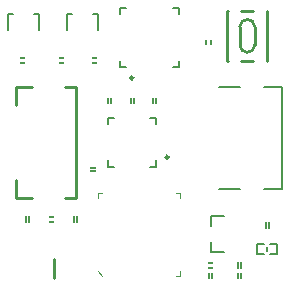
<source format=gto>
G04*
G04 #@! TF.GenerationSoftware,Altium Limited,Altium Designer,20.0.13 (296)*
G04*
G04 Layer_Color=65535*
%FSLAX25Y25*%
%MOIN*%
G70*
G01*
G75*
%ADD10C,0.01000*%
%ADD11C,0.00984*%
%ADD12C,0.00600*%
%ADD13C,0.00800*%
%ADD14C,0.00394*%
%ADD15C,0.00100*%
%ADD16C,0.00787*%
G36*
X34350Y26900D02*
X34700D01*
Y25100D01*
X34350D01*
Y26900D01*
D02*
G37*
G36*
X35650Y25100D02*
X35300D01*
Y26900D01*
X35650D01*
Y25100D01*
D02*
G37*
G36*
X43650Y25050D02*
X42350D01*
Y25400D01*
X43650D01*
Y25050D01*
D02*
G37*
G36*
X42350Y26950D02*
X43650D01*
X43650Y26600D01*
X42350D01*
X42350Y26950D01*
D02*
G37*
G36*
X51650Y25100D02*
X51300D01*
Y26900D01*
X51650D01*
Y25100D01*
D02*
G37*
G36*
X50350Y26900D02*
X50700D01*
Y25100D01*
X50350D01*
Y26900D01*
D02*
G37*
G36*
X56100Y41850D02*
Y42200D01*
X57900D01*
Y41850D01*
X56100D01*
D02*
G37*
G36*
X57900Y43150D02*
Y42800D01*
X56100D01*
Y43150D01*
X57900D01*
D02*
G37*
G36*
X34150Y78050D02*
X32850D01*
X32850Y78400D01*
X34150D01*
X34150Y78050D01*
D02*
G37*
G36*
X32850Y79950D02*
X34150D01*
Y79600D01*
X32850D01*
Y79950D01*
D02*
G37*
G36*
X47150Y78050D02*
X45850D01*
Y78400D01*
X47150D01*
Y78050D01*
D02*
G37*
G36*
X45850Y79950D02*
X47150D01*
X47150Y79600D01*
X45850D01*
X45850Y79950D01*
D02*
G37*
G36*
X63150Y64600D02*
X62800D01*
Y66400D01*
X63150D01*
Y64600D01*
D02*
G37*
G36*
X61850Y66400D02*
X62200D01*
Y64600D01*
X61850D01*
Y66400D01*
D02*
G37*
G36*
X58150Y78050D02*
X56850D01*
Y78400D01*
X58150D01*
Y78050D01*
D02*
G37*
G36*
X56850Y79950D02*
X58150D01*
X58150Y79600D01*
X56850D01*
X56850Y79950D01*
D02*
G37*
G36*
X95350Y8000D02*
X95700D01*
Y6200D01*
X95350D01*
Y8000D01*
D02*
G37*
G36*
X96650Y6200D02*
X96300D01*
Y8000D01*
X96650D01*
Y6200D01*
D02*
G37*
G36*
Y9650D02*
X95350D01*
Y10000D01*
X96650D01*
Y9650D01*
D02*
G37*
G36*
X95350Y11550D02*
X96650D01*
X96650Y11200D01*
X95350D01*
X95350Y11550D01*
D02*
G37*
G36*
X106450Y6200D02*
X106100D01*
Y8000D01*
X106450D01*
Y6200D01*
D02*
G37*
G36*
X105150Y8000D02*
X105500D01*
Y6200D01*
X105150D01*
Y8000D01*
D02*
G37*
G36*
X106450Y9700D02*
X106100D01*
Y11500D01*
X106450D01*
Y9700D01*
D02*
G37*
G36*
X105150Y11500D02*
X105500D01*
Y9700D01*
X105150D01*
Y11500D01*
D02*
G37*
G36*
X96450Y84350D02*
X96100Y84350D01*
Y85650D01*
X96450Y85650D01*
Y84350D01*
D02*
G37*
G36*
X94900D02*
X94550D01*
Y85650D01*
X94900D01*
Y84350D01*
D02*
G37*
G36*
X78150Y64600D02*
X77800D01*
Y66400D01*
X78150D01*
Y64600D01*
D02*
G37*
G36*
X77200D02*
X76850D01*
Y66400D01*
X77200D01*
Y64600D01*
D02*
G37*
G36*
X70650D02*
X70300D01*
Y66400D01*
X70650D01*
Y64600D01*
D02*
G37*
G36*
X69700D02*
X69350D01*
Y66400D01*
X69700D01*
Y64600D01*
D02*
G37*
G36*
X115650Y23100D02*
X115300D01*
Y24900D01*
X115650D01*
Y23100D01*
D02*
G37*
G36*
X114700D02*
X114350D01*
Y24900D01*
X114700D01*
Y23100D01*
D02*
G37*
D10*
X106002Y84004D02*
G03*
X111000Y84000I2499J13D01*
G01*
X111003Y90004D02*
G03*
X106000Y90000I-2501J-2D01*
G01*
X106000Y84000D02*
Y90000D01*
X111000Y84000D02*
Y90000D01*
X101807Y78732D02*
X102078D01*
X106457D02*
X110543D01*
X114922D02*
X115193D01*
X101807Y95267D02*
X102078D01*
X106457D02*
X110543D01*
X114922D02*
X115193D01*
X101807Y78732D02*
Y95267D01*
X115193Y78732D02*
X115193Y95267D01*
X47900Y32827D02*
X51400D01*
Y32890D02*
Y69890D01*
X31400Y32827D02*
Y38827D01*
Y32827D02*
X36900D01*
X31400Y63953D02*
Y69953D01*
X36900D01*
X47900D02*
X51400D01*
X44200Y6400D02*
Y12500D01*
D11*
X70492Y73000D02*
G03*
X70492Y73000I-492J0D01*
G01*
X82303Y46579D02*
G03*
X82303Y46579I-492J0D01*
G01*
D12*
X115000Y15400D02*
Y16600D01*
X111654Y14229D02*
Y17772D01*
X118345D02*
X118346Y17771D01*
Y14229D02*
Y17771D01*
X116000Y14229D02*
X118346D01*
X111654D02*
X114000D01*
X116000Y17771D02*
X118346D01*
X111654D02*
X114000D01*
X66150Y96350D02*
X68185D01*
X85850Y94315D02*
Y96350D01*
X66150Y76650D02*
Y78685D01*
X85850Y76650D02*
Y78685D01*
X83815Y96350D02*
X85850D01*
X66150Y94315D02*
Y96350D01*
Y76650D02*
X68185D01*
X83815D02*
X85850D01*
D13*
X99140Y70000D02*
X106140D01*
X114140Y70028D02*
X120158D01*
X99140Y36000D02*
X106140D01*
X114140Y35972D02*
X120158D01*
Y70028D01*
D14*
X58610Y8534D02*
X60185Y6959D01*
X84595Y34518D02*
X86169D01*
Y6959D02*
Y8534D01*
X84595Y6959D02*
X86169D01*
Y32943D02*
Y34518D01*
X58610Y32943D02*
Y34518D01*
X60185D01*
D15*
X96300Y6200D02*
X96650D01*
X96300Y8000D02*
X96650D01*
X96300Y6200D02*
Y8000D01*
X96650Y6200D02*
Y8000D01*
X95350Y6200D02*
Y8000D01*
X95700Y6200D02*
Y8000D01*
X95350Y6200D02*
X95700D01*
X95350Y8000D02*
X95700D01*
X96450Y84350D02*
Y85650D01*
X96100Y84350D02*
X96450D01*
X96100D02*
Y85650D01*
X96450D01*
X94550Y84350D02*
X94900D01*
Y85650D01*
X94550D02*
X94900D01*
X94550Y84350D02*
Y85650D01*
X106100Y9700D02*
X106450D01*
X106100Y11500D02*
X106450D01*
X106100Y9700D02*
Y11500D01*
X106450Y9700D02*
Y11500D01*
X105150Y9700D02*
Y11500D01*
X105500Y9700D02*
Y11500D01*
X105150Y9700D02*
X105500D01*
X105150Y11500D02*
X105500D01*
X106100Y6200D02*
X106450D01*
X106100Y8000D02*
X106450D01*
X106100Y6200D02*
Y8000D01*
X106450Y6200D02*
Y8000D01*
X105150Y6200D02*
Y8000D01*
X105500Y6200D02*
Y8000D01*
X105150Y6200D02*
X105500D01*
X105150Y8000D02*
X105500D01*
X95350Y11550D02*
X96650D01*
Y11200D02*
Y11550D01*
X95350Y11200D02*
X96650D01*
X95350D02*
Y11550D01*
X96650Y9650D02*
Y10000D01*
X95350D02*
X96650D01*
X95350Y9650D02*
Y10000D01*
Y9650D02*
X96650D01*
X115300Y23100D02*
X115650D01*
X115300Y24900D02*
X115650D01*
X115300Y23100D02*
Y24900D01*
X115650Y23100D02*
Y24900D01*
X114350Y23100D02*
Y24900D01*
X114700Y23100D02*
Y24900D01*
X114350Y23100D02*
X114700D01*
X114350Y24900D02*
X114700D01*
X50350Y26900D02*
X50700D01*
X50350Y25100D02*
X50700D01*
Y26900D01*
X50350Y25100D02*
Y26900D01*
X51650Y25100D02*
Y26900D01*
X51300Y25100D02*
Y26900D01*
X51650D01*
X51300Y25100D02*
X51650D01*
X56850Y79950D02*
X58150D01*
Y79600D02*
Y79950D01*
X56850Y79600D02*
X58150D01*
X56850D02*
Y79950D01*
X58150Y78050D02*
Y78400D01*
X56850D02*
X58150D01*
X56850Y78050D02*
Y78400D01*
Y78050D02*
X58150D01*
X45850Y79950D02*
X47150D01*
Y79600D02*
Y79950D01*
X45850Y79600D02*
X47150D01*
X45850D02*
Y79950D01*
X47150Y78050D02*
Y78400D01*
X45850D02*
X47150D01*
X45850Y78050D02*
Y78400D01*
Y78050D02*
X47150D01*
X32850D02*
X34150D01*
X32850D02*
Y78400D01*
X34150D01*
Y78050D02*
Y78400D01*
X32850Y79600D02*
Y79950D01*
Y79600D02*
X34150D01*
Y79950D01*
X32850D02*
X34150D01*
X42350Y26950D02*
X43650D01*
Y26600D02*
Y26950D01*
X42350Y26600D02*
X43650D01*
X42350D02*
Y26950D01*
X43650Y25050D02*
Y25400D01*
X42350D02*
X43650D01*
X42350Y25050D02*
Y25400D01*
Y25050D02*
X43650D01*
X35300Y25100D02*
X35650D01*
X35300Y26900D02*
X35650D01*
X35300Y25100D02*
Y26900D01*
X35650Y25100D02*
Y26900D01*
X34350Y25100D02*
Y26900D01*
X34700Y25100D02*
Y26900D01*
X34350Y25100D02*
X34700D01*
X34350Y26900D02*
X34700D01*
X76850Y66400D02*
X77200D01*
X76850Y64600D02*
X77200D01*
Y66400D01*
X76850Y64600D02*
Y66400D01*
X78150Y64600D02*
Y66400D01*
X77800Y64600D02*
Y66400D01*
X78150D01*
X77800Y64600D02*
X78150D01*
X70300D02*
X70650D01*
X70300Y66400D02*
X70650D01*
X70300Y64600D02*
Y66400D01*
X70650Y64600D02*
Y66400D01*
X69350Y64600D02*
Y66400D01*
X69700Y64600D02*
Y66400D01*
X69350Y64600D02*
X69700D01*
X69350Y66400D02*
X69700D01*
X57900Y42800D02*
Y43150D01*
X56100Y42800D02*
Y43150D01*
Y42800D02*
X57900D01*
X56100Y43150D02*
X57900D01*
X56100Y41850D02*
X57900D01*
X56100Y42200D02*
X57900D01*
Y41850D02*
Y42200D01*
X56100Y41850D02*
Y42200D01*
X61850Y66400D02*
X62200D01*
X61850Y64600D02*
X62200D01*
Y66400D01*
X61850Y64600D02*
Y66400D01*
X63150Y64600D02*
Y66400D01*
X62800Y64600D02*
Y66400D01*
X63150D01*
X62800Y64600D02*
X63150D01*
D16*
X96551Y23756D02*
Y27102D01*
X100882D01*
X96551Y14898D02*
Y18244D01*
Y14898D02*
X100882D01*
X37445Y94429D02*
X39217D01*
X28770D02*
X30555D01*
X28784Y89114D02*
Y94429D01*
X39217Y89114D02*
Y94429D01*
X56945D02*
X58716D01*
X48270D02*
X50055D01*
X48283Y89114D02*
Y94429D01*
X58716Y89114D02*
Y94429D01*
X78071Y57504D02*
Y59571D01*
X76004D02*
X78071D01*
X61929D02*
X63996D01*
X61929Y57504D02*
Y59571D01*
Y43429D02*
Y45496D01*
Y43429D02*
X63996D01*
X76004D02*
X78071D01*
Y45496D01*
M02*

</source>
